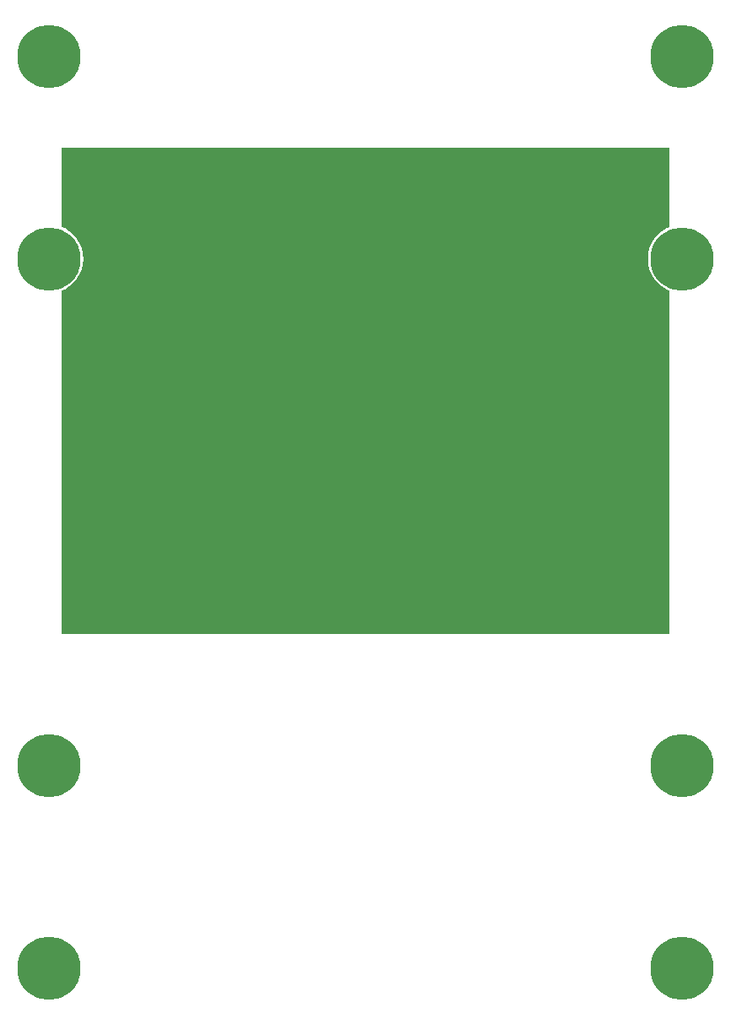
<source format=gbr>
G04 start of page 3 for group 1 idx 1 *
G04 Title: (unknown), solder *
G04 Creator: pcb 20110918 *
G04 CreationDate: Wed Oct  9 19:39:00 2013 UTC *
G04 For: fosse *
G04 Format: Gerber/RS-274X *
G04 PCB-Dimensions: 600000 500000 *
G04 PCB-Coordinate-Origin: lower left *
%MOIN*%
%FSLAX25Y25*%
%LNBOTTOM*%
%ADD16C,0.1090*%
%ADD15C,0.2500*%
%ADD14C,0.0001*%
G54D14*G36*
X107500Y370000D02*X347500D01*
Y338541D01*
X346352Y338066D01*
X344540Y336955D01*
X342925Y335575D01*
X341545Y333960D01*
X340434Y332148D01*
X339621Y330185D01*
X339125Y328118D01*
X338958Y326000D01*
X339125Y323882D01*
X339621Y321815D01*
X340434Y319852D01*
X341545Y318040D01*
X342925Y316425D01*
X344540Y315045D01*
X346352Y313934D01*
X347500Y313459D01*
Y178000D01*
X107500D01*
Y313459D01*
X108648Y313934D01*
X110460Y315045D01*
X112075Y316425D01*
X113455Y318040D01*
X114566Y319852D01*
X115379Y321815D01*
X115875Y323882D01*
X116000Y326000D01*
X115875Y328118D01*
X115379Y330185D01*
X114566Y332148D01*
X113455Y333960D01*
X112075Y335575D01*
X110460Y336955D01*
X108648Y338066D01*
X107500Y338541D01*
Y370000D01*
G37*
G54D15*X352500Y46000D03*
X102500Y406000D03*
Y46000D03*
Y326000D03*
Y126000D03*
X352500Y406000D03*
Y326000D03*
Y126000D03*
G54D16*M02*

</source>
